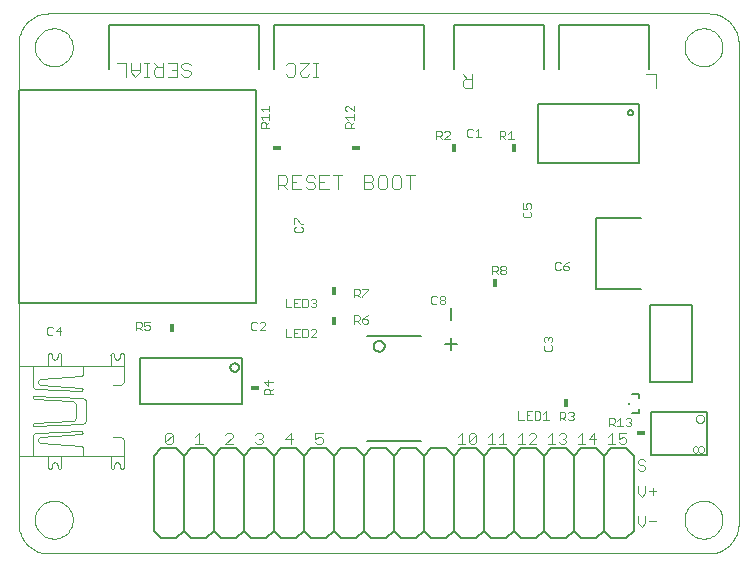
<source format=gto>
G75*
%MOIN*%
%OFA0B0*%
%FSLAX24Y24*%
%IPPOS*%
%LPD*%
%AMOC8*
5,1,8,0,0,1.08239X$1,22.5*
%
%ADD10C,0.0000*%
%ADD11C,0.0050*%
%ADD12C,0.0040*%
%ADD13C,0.0030*%
%ADD14C,0.0080*%
%ADD15C,0.0020*%
%ADD16R,0.0180X0.0300*%
%ADD17R,0.0300X0.0180*%
%ADD18C,0.0060*%
D10*
X001650Y000650D02*
X023650Y000650D01*
X023710Y000652D01*
X023771Y000657D01*
X023830Y000666D01*
X023889Y000679D01*
X023948Y000695D01*
X024005Y000715D01*
X024060Y000738D01*
X024115Y000765D01*
X024167Y000794D01*
X024218Y000827D01*
X024267Y000863D01*
X024313Y000901D01*
X024357Y000943D01*
X024399Y000987D01*
X024437Y001033D01*
X024473Y001082D01*
X024506Y001133D01*
X024535Y001185D01*
X024562Y001240D01*
X024585Y001295D01*
X024605Y001352D01*
X024621Y001411D01*
X024634Y001470D01*
X024643Y001529D01*
X024648Y001590D01*
X024650Y001650D01*
X024650Y017650D01*
X024648Y017710D01*
X024643Y017771D01*
X024634Y017830D01*
X024621Y017889D01*
X024605Y017948D01*
X024585Y018005D01*
X024562Y018060D01*
X024535Y018115D01*
X024506Y018167D01*
X024473Y018218D01*
X024437Y018267D01*
X024399Y018313D01*
X024357Y018357D01*
X024313Y018399D01*
X024267Y018437D01*
X024218Y018473D01*
X024167Y018506D01*
X024115Y018535D01*
X024060Y018562D01*
X024005Y018585D01*
X023948Y018605D01*
X023889Y018621D01*
X023830Y018634D01*
X023771Y018643D01*
X023710Y018648D01*
X023650Y018650D01*
X001650Y018650D01*
X001590Y018648D01*
X001529Y018643D01*
X001470Y018634D01*
X001411Y018621D01*
X001352Y018605D01*
X001295Y018585D01*
X001240Y018562D01*
X001185Y018535D01*
X001133Y018506D01*
X001082Y018473D01*
X001033Y018437D01*
X000987Y018399D01*
X000943Y018357D01*
X000901Y018313D01*
X000863Y018267D01*
X000827Y018218D01*
X000794Y018167D01*
X000765Y018115D01*
X000738Y018060D01*
X000715Y018005D01*
X000695Y017948D01*
X000679Y017889D01*
X000666Y017830D01*
X000657Y017771D01*
X000652Y017710D01*
X000650Y017650D01*
X000650Y001650D01*
X000652Y001590D01*
X000657Y001529D01*
X000666Y001470D01*
X000679Y001411D01*
X000695Y001352D01*
X000715Y001295D01*
X000738Y001240D01*
X000765Y001185D01*
X000794Y001133D01*
X000827Y001082D01*
X000863Y001033D01*
X000901Y000987D01*
X000943Y000943D01*
X000987Y000901D01*
X001033Y000863D01*
X001082Y000827D01*
X001133Y000794D01*
X001185Y000765D01*
X001240Y000738D01*
X001295Y000715D01*
X001352Y000695D01*
X001411Y000679D01*
X001470Y000666D01*
X001529Y000657D01*
X001590Y000652D01*
X001650Y000650D01*
X001193Y001776D02*
X001195Y001826D01*
X001201Y001876D01*
X001211Y001925D01*
X001225Y001973D01*
X001242Y002020D01*
X001263Y002065D01*
X001288Y002109D01*
X001316Y002150D01*
X001348Y002189D01*
X001382Y002226D01*
X001419Y002260D01*
X001459Y002290D01*
X001501Y002317D01*
X001545Y002341D01*
X001591Y002362D01*
X001638Y002378D01*
X001686Y002391D01*
X001736Y002400D01*
X001785Y002405D01*
X001836Y002406D01*
X001886Y002403D01*
X001935Y002396D01*
X001984Y002385D01*
X002032Y002370D01*
X002078Y002352D01*
X002123Y002330D01*
X002166Y002304D01*
X002207Y002275D01*
X002246Y002243D01*
X002282Y002208D01*
X002314Y002170D01*
X002344Y002130D01*
X002371Y002087D01*
X002394Y002043D01*
X002413Y001997D01*
X002429Y001949D01*
X002441Y001900D01*
X002449Y001851D01*
X002453Y001801D01*
X002453Y001751D01*
X002449Y001701D01*
X002441Y001652D01*
X002429Y001603D01*
X002413Y001555D01*
X002394Y001509D01*
X002371Y001465D01*
X002344Y001422D01*
X002314Y001382D01*
X002282Y001344D01*
X002246Y001309D01*
X002207Y001277D01*
X002166Y001248D01*
X002123Y001222D01*
X002078Y001200D01*
X002032Y001182D01*
X001984Y001167D01*
X001935Y001156D01*
X001886Y001149D01*
X001836Y001146D01*
X001785Y001147D01*
X001736Y001152D01*
X001686Y001161D01*
X001638Y001174D01*
X001591Y001190D01*
X001545Y001211D01*
X001501Y001235D01*
X001459Y001262D01*
X001419Y001292D01*
X001382Y001326D01*
X001348Y001363D01*
X001316Y001402D01*
X001288Y001443D01*
X001263Y001487D01*
X001242Y001532D01*
X001225Y001579D01*
X001211Y001627D01*
X001201Y001676D01*
X001195Y001726D01*
X001193Y001776D01*
X001193Y017524D02*
X001195Y017574D01*
X001201Y017624D01*
X001211Y017673D01*
X001225Y017721D01*
X001242Y017768D01*
X001263Y017813D01*
X001288Y017857D01*
X001316Y017898D01*
X001348Y017937D01*
X001382Y017974D01*
X001419Y018008D01*
X001459Y018038D01*
X001501Y018065D01*
X001545Y018089D01*
X001591Y018110D01*
X001638Y018126D01*
X001686Y018139D01*
X001736Y018148D01*
X001785Y018153D01*
X001836Y018154D01*
X001886Y018151D01*
X001935Y018144D01*
X001984Y018133D01*
X002032Y018118D01*
X002078Y018100D01*
X002123Y018078D01*
X002166Y018052D01*
X002207Y018023D01*
X002246Y017991D01*
X002282Y017956D01*
X002314Y017918D01*
X002344Y017878D01*
X002371Y017835D01*
X002394Y017791D01*
X002413Y017745D01*
X002429Y017697D01*
X002441Y017648D01*
X002449Y017599D01*
X002453Y017549D01*
X002453Y017499D01*
X002449Y017449D01*
X002441Y017400D01*
X002429Y017351D01*
X002413Y017303D01*
X002394Y017257D01*
X002371Y017213D01*
X002344Y017170D01*
X002314Y017130D01*
X002282Y017092D01*
X002246Y017057D01*
X002207Y017025D01*
X002166Y016996D01*
X002123Y016970D01*
X002078Y016948D01*
X002032Y016930D01*
X001984Y016915D01*
X001935Y016904D01*
X001886Y016897D01*
X001836Y016894D01*
X001785Y016895D01*
X001736Y016900D01*
X001686Y016909D01*
X001638Y016922D01*
X001591Y016938D01*
X001545Y016959D01*
X001501Y016983D01*
X001459Y017010D01*
X001419Y017040D01*
X001382Y017074D01*
X001348Y017111D01*
X001316Y017150D01*
X001288Y017191D01*
X001263Y017235D01*
X001242Y017280D01*
X001225Y017327D01*
X001211Y017375D01*
X001201Y017424D01*
X001195Y017474D01*
X001193Y017524D01*
X022847Y017524D02*
X022849Y017574D01*
X022855Y017624D01*
X022865Y017673D01*
X022879Y017721D01*
X022896Y017768D01*
X022917Y017813D01*
X022942Y017857D01*
X022970Y017898D01*
X023002Y017937D01*
X023036Y017974D01*
X023073Y018008D01*
X023113Y018038D01*
X023155Y018065D01*
X023199Y018089D01*
X023245Y018110D01*
X023292Y018126D01*
X023340Y018139D01*
X023390Y018148D01*
X023439Y018153D01*
X023490Y018154D01*
X023540Y018151D01*
X023589Y018144D01*
X023638Y018133D01*
X023686Y018118D01*
X023732Y018100D01*
X023777Y018078D01*
X023820Y018052D01*
X023861Y018023D01*
X023900Y017991D01*
X023936Y017956D01*
X023968Y017918D01*
X023998Y017878D01*
X024025Y017835D01*
X024048Y017791D01*
X024067Y017745D01*
X024083Y017697D01*
X024095Y017648D01*
X024103Y017599D01*
X024107Y017549D01*
X024107Y017499D01*
X024103Y017449D01*
X024095Y017400D01*
X024083Y017351D01*
X024067Y017303D01*
X024048Y017257D01*
X024025Y017213D01*
X023998Y017170D01*
X023968Y017130D01*
X023936Y017092D01*
X023900Y017057D01*
X023861Y017025D01*
X023820Y016996D01*
X023777Y016970D01*
X023732Y016948D01*
X023686Y016930D01*
X023638Y016915D01*
X023589Y016904D01*
X023540Y016897D01*
X023490Y016894D01*
X023439Y016895D01*
X023390Y016900D01*
X023340Y016909D01*
X023292Y016922D01*
X023245Y016938D01*
X023199Y016959D01*
X023155Y016983D01*
X023113Y017010D01*
X023073Y017040D01*
X023036Y017074D01*
X023002Y017111D01*
X022970Y017150D01*
X022942Y017191D01*
X022917Y017235D01*
X022896Y017280D01*
X022879Y017327D01*
X022865Y017375D01*
X022855Y017424D01*
X022849Y017474D01*
X022847Y017524D01*
X022847Y001776D02*
X022849Y001826D01*
X022855Y001876D01*
X022865Y001925D01*
X022879Y001973D01*
X022896Y002020D01*
X022917Y002065D01*
X022942Y002109D01*
X022970Y002150D01*
X023002Y002189D01*
X023036Y002226D01*
X023073Y002260D01*
X023113Y002290D01*
X023155Y002317D01*
X023199Y002341D01*
X023245Y002362D01*
X023292Y002378D01*
X023340Y002391D01*
X023390Y002400D01*
X023439Y002405D01*
X023490Y002406D01*
X023540Y002403D01*
X023589Y002396D01*
X023638Y002385D01*
X023686Y002370D01*
X023732Y002352D01*
X023777Y002330D01*
X023820Y002304D01*
X023861Y002275D01*
X023900Y002243D01*
X023936Y002208D01*
X023968Y002170D01*
X023998Y002130D01*
X024025Y002087D01*
X024048Y002043D01*
X024067Y001997D01*
X024083Y001949D01*
X024095Y001900D01*
X024103Y001851D01*
X024107Y001801D01*
X024107Y001751D01*
X024103Y001701D01*
X024095Y001652D01*
X024083Y001603D01*
X024067Y001555D01*
X024048Y001509D01*
X024025Y001465D01*
X023998Y001422D01*
X023968Y001382D01*
X023936Y001344D01*
X023900Y001309D01*
X023861Y001277D01*
X023820Y001248D01*
X023777Y001222D01*
X023732Y001200D01*
X023686Y001182D01*
X023638Y001167D01*
X023589Y001156D01*
X023540Y001149D01*
X023490Y001146D01*
X023439Y001147D01*
X023390Y001152D01*
X023340Y001161D01*
X023292Y001174D01*
X023245Y001190D01*
X023199Y001211D01*
X023155Y001235D01*
X023113Y001262D01*
X023073Y001292D01*
X023036Y001326D01*
X023002Y001363D01*
X022970Y001402D01*
X022942Y001443D01*
X022917Y001487D01*
X022896Y001532D01*
X022879Y001579D01*
X022865Y001627D01*
X022855Y001676D01*
X022849Y001726D01*
X022847Y001776D01*
D11*
X023580Y003940D02*
X021720Y003940D01*
X021720Y005360D01*
X023580Y005360D01*
X023580Y003940D01*
X021391Y009469D02*
X019895Y009469D01*
X019895Y011831D01*
X021391Y011831D01*
X021650Y016784D02*
X021650Y018280D01*
X018650Y018280D01*
X018650Y016784D01*
X018150Y016784D02*
X018150Y018280D01*
X015150Y018280D01*
X015150Y016784D01*
X014150Y016784D02*
X014150Y018280D01*
X009150Y018280D01*
X009150Y016784D01*
X008650Y016784D02*
X008650Y018280D01*
X003650Y018280D01*
X003650Y016784D01*
X015070Y008832D02*
X015070Y008425D01*
X015070Y007832D02*
X015070Y007425D01*
X015273Y007629D02*
X014866Y007629D01*
D12*
X013705Y012795D02*
X013705Y013255D01*
X013858Y013255D02*
X013551Y013255D01*
X013398Y013179D02*
X013398Y012872D01*
X013321Y012795D01*
X013168Y012795D01*
X013091Y012872D01*
X013091Y013179D01*
X013168Y013255D01*
X013321Y013255D01*
X013398Y013179D01*
X012937Y013179D02*
X012937Y012872D01*
X012861Y012795D01*
X012707Y012795D01*
X012630Y012872D01*
X012630Y013179D01*
X012707Y013255D01*
X012861Y013255D01*
X012937Y013179D01*
X012477Y013179D02*
X012477Y013102D01*
X012400Y013025D01*
X012170Y013025D01*
X012170Y012795D02*
X012400Y012795D01*
X012477Y012872D01*
X012477Y012948D01*
X012400Y013025D01*
X012477Y013179D02*
X012400Y013255D01*
X012170Y013255D01*
X012170Y012795D01*
X011443Y013255D02*
X011137Y013255D01*
X011290Y013255D02*
X011290Y012795D01*
X010983Y012795D02*
X010676Y012795D01*
X010676Y013255D01*
X010983Y013255D01*
X010830Y013025D02*
X010676Y013025D01*
X010523Y012948D02*
X010523Y012872D01*
X010446Y012795D01*
X010293Y012795D01*
X010216Y012872D01*
X010293Y013025D02*
X010446Y013025D01*
X010523Y012948D01*
X010523Y013179D02*
X010446Y013255D01*
X010293Y013255D01*
X010216Y013179D01*
X010216Y013102D01*
X010293Y013025D01*
X010062Y012795D02*
X009755Y012795D01*
X009755Y013255D01*
X010062Y013255D01*
X009909Y013025D02*
X009755Y013025D01*
X009602Y013025D02*
X009525Y012948D01*
X009295Y012948D01*
X009295Y012795D02*
X009295Y013255D01*
X009525Y013255D01*
X009602Y013179D01*
X009602Y013025D01*
X009448Y012948D02*
X009602Y012795D01*
X009632Y016545D02*
X009786Y016545D01*
X009863Y016621D01*
X009863Y016928D01*
X009786Y017005D01*
X009632Y017005D01*
X009556Y016928D01*
X009556Y016621D02*
X009632Y016545D01*
X010016Y016621D02*
X010093Y016545D01*
X010246Y016545D01*
X010323Y016621D01*
X010477Y016545D02*
X010630Y016545D01*
X010553Y016545D02*
X010553Y017005D01*
X010477Y017005D02*
X010630Y017005D01*
X010323Y017005D02*
X010016Y016698D01*
X010016Y016621D01*
X010016Y017005D02*
X010323Y017005D01*
X006380Y016928D02*
X006303Y017005D01*
X006150Y017005D01*
X006073Y016928D01*
X006073Y016852D01*
X006150Y016775D01*
X006303Y016775D01*
X006380Y016698D01*
X006380Y016621D01*
X006303Y016545D01*
X006150Y016545D01*
X006073Y016621D01*
X005920Y016545D02*
X005920Y017005D01*
X005613Y017005D01*
X005459Y017005D02*
X005459Y016545D01*
X005229Y016545D01*
X005152Y016621D01*
X005152Y016775D01*
X005229Y016852D01*
X005459Y016852D01*
X005306Y016852D02*
X005152Y017005D01*
X004999Y017005D02*
X004845Y017005D01*
X004922Y017005D02*
X004922Y016545D01*
X004999Y016545D02*
X004845Y016545D01*
X004692Y016698D02*
X004538Y016545D01*
X004385Y016698D01*
X004385Y017005D01*
X004232Y017005D02*
X003925Y017005D01*
X004232Y017005D02*
X004232Y016545D01*
X004385Y016775D02*
X004692Y016775D01*
X004692Y016698D02*
X004692Y017005D01*
X005613Y016545D02*
X005920Y016545D01*
X005920Y016775D02*
X005766Y016775D01*
X015448Y016630D02*
X015602Y016477D01*
X015525Y016477D02*
X015755Y016477D01*
X015755Y016630D02*
X015755Y016170D01*
X015525Y016170D01*
X015448Y016246D01*
X015448Y016400D01*
X015525Y016477D01*
X021573Y016630D02*
X021880Y016630D01*
X021880Y016170D01*
X023180Y004242D02*
X023240Y004242D01*
X023300Y004182D01*
X023300Y004062D01*
X023240Y004002D01*
X023180Y004002D01*
X023120Y004062D01*
X023120Y004182D01*
X023180Y004242D01*
X023300Y004182D02*
X023360Y004242D01*
X023420Y004242D01*
X023480Y004182D01*
X023480Y004062D01*
X023420Y004002D01*
X023360Y004002D01*
X023300Y004062D01*
X004154Y003901D02*
X004154Y003532D01*
X004155Y003531D02*
X004154Y003518D01*
X004149Y003505D01*
X004142Y003493D01*
X004132Y003483D01*
X004120Y003476D01*
X004107Y003471D01*
X004094Y003470D01*
X004094Y003471D02*
X004094Y003471D01*
X004079Y003473D01*
X004065Y003478D01*
X004053Y003485D01*
X004042Y003496D01*
X004035Y003508D01*
X004030Y003522D01*
X004028Y003537D01*
X004027Y003537D02*
X004027Y003598D01*
X004025Y003615D01*
X004020Y003632D01*
X004012Y003647D01*
X004001Y003660D01*
X003988Y003671D01*
X003973Y003679D01*
X003956Y003684D01*
X003939Y003686D01*
X003928Y003686D01*
X003911Y003684D01*
X003894Y003679D01*
X003879Y003671D01*
X003866Y003660D01*
X003855Y003647D01*
X003847Y003632D01*
X003842Y003615D01*
X003840Y003598D01*
X003840Y003532D01*
X003838Y003518D01*
X003834Y003506D01*
X003827Y003494D01*
X003817Y003484D01*
X003805Y003477D01*
X003793Y003473D01*
X003779Y003471D01*
X003764Y003473D01*
X003750Y003478D01*
X003738Y003485D01*
X003727Y003496D01*
X003720Y003508D01*
X003715Y003522D01*
X003713Y003537D01*
X003713Y003879D01*
X004154Y003901D02*
X002074Y003901D01*
X002074Y003532D01*
X002073Y003531D02*
X002072Y003518D01*
X002067Y003505D01*
X002060Y003494D01*
X002050Y003484D01*
X002039Y003477D01*
X002026Y003472D01*
X002013Y003471D01*
X002013Y003471D01*
X001998Y003473D01*
X001984Y003478D01*
X001972Y003485D01*
X001961Y003496D01*
X001954Y003508D01*
X001949Y003522D01*
X001947Y003537D01*
X001947Y003598D01*
X001946Y003598D02*
X001944Y003615D01*
X001939Y003632D01*
X001931Y003647D01*
X001920Y003660D01*
X001907Y003671D01*
X001892Y003679D01*
X001875Y003684D01*
X001858Y003686D01*
X001847Y003686D01*
X001830Y003684D01*
X001813Y003679D01*
X001798Y003671D01*
X001785Y003660D01*
X001774Y003647D01*
X001766Y003632D01*
X001761Y003615D01*
X001759Y003598D01*
X001759Y003532D01*
X001757Y003518D01*
X001753Y003506D01*
X001746Y003494D01*
X001736Y003484D01*
X001724Y003477D01*
X001712Y003473D01*
X001698Y003471D01*
X001683Y003473D01*
X001669Y003478D01*
X001657Y003485D01*
X001646Y003496D01*
X001639Y003508D01*
X001634Y003522D01*
X001632Y003537D01*
X001632Y003879D01*
X002074Y003901D02*
X000650Y003901D01*
X000650Y006898D01*
X004154Y006898D01*
X004154Y006402D01*
X004152Y006380D01*
X004147Y006358D01*
X004138Y006337D01*
X004127Y006318D01*
X004112Y006301D01*
X004095Y006286D01*
X004076Y006275D01*
X004055Y006266D01*
X004033Y006261D01*
X004011Y006259D01*
X004011Y006258D02*
X003801Y006258D01*
X003713Y006898D02*
X003713Y007268D01*
X003712Y007268D02*
X003714Y007281D01*
X003718Y007294D01*
X003725Y007306D01*
X003735Y007316D01*
X003747Y007323D01*
X003760Y007328D01*
X003773Y007329D01*
X003774Y007329D02*
X003774Y007329D01*
X003789Y007327D01*
X003803Y007322D01*
X003815Y007315D01*
X003826Y007304D01*
X003833Y007292D01*
X003838Y007278D01*
X003840Y007263D01*
X003840Y007202D01*
X003842Y007185D01*
X003847Y007168D01*
X003855Y007153D01*
X003866Y007140D01*
X003879Y007129D01*
X003894Y007121D01*
X003911Y007116D01*
X003928Y007114D01*
X003939Y007114D01*
X003956Y007116D01*
X003973Y007121D01*
X003988Y007129D01*
X004001Y007140D01*
X004012Y007153D01*
X004020Y007168D01*
X004025Y007185D01*
X004027Y007202D01*
X004027Y007268D01*
X004029Y007282D01*
X004033Y007294D01*
X004040Y007306D01*
X004050Y007316D01*
X004062Y007323D01*
X004074Y007327D01*
X004088Y007329D01*
X004103Y007327D01*
X004117Y007322D01*
X004129Y007315D01*
X004140Y007304D01*
X004147Y007292D01*
X004152Y007278D01*
X004154Y007263D01*
X004154Y006893D01*
X002780Y006876D02*
X002780Y006600D01*
X002779Y006588D01*
X002775Y006577D01*
X002768Y006567D01*
X002759Y006559D01*
X002748Y006553D01*
X002736Y006551D01*
X001395Y006462D01*
X001395Y006463D02*
X001377Y006461D01*
X001359Y006456D01*
X001343Y006447D01*
X001328Y006435D01*
X001316Y006421D01*
X001307Y006405D01*
X001301Y006387D01*
X001299Y006369D01*
X001300Y006350D01*
X001305Y006332D01*
X001313Y006316D01*
X001324Y006301D01*
X001338Y006288D01*
X001354Y006279D01*
X001371Y006272D01*
X001390Y006269D01*
X001389Y006269D02*
X002725Y006181D01*
X002739Y006179D01*
X002751Y006173D01*
X002763Y006164D01*
X002771Y006154D01*
X002777Y006141D01*
X002780Y006127D01*
X002779Y006113D01*
X002775Y006100D01*
X002768Y006088D01*
X002758Y006078D01*
X002747Y006070D01*
X002733Y006066D01*
X002719Y006065D01*
X001273Y006131D01*
X001257Y006131D01*
X001235Y006133D01*
X001214Y006138D01*
X001194Y006146D01*
X001176Y006157D01*
X001159Y006171D01*
X001145Y006188D01*
X001134Y006206D01*
X001126Y006226D01*
X001121Y006247D01*
X001119Y006269D01*
X001119Y006876D01*
X001632Y006898D02*
X001632Y007268D01*
X001633Y007268D02*
X001634Y007281D01*
X001639Y007294D01*
X001646Y007305D01*
X001656Y007315D01*
X001667Y007322D01*
X001680Y007327D01*
X001693Y007328D01*
X001693Y007329D02*
X001693Y007329D01*
X001708Y007327D01*
X001722Y007322D01*
X001734Y007315D01*
X001745Y007304D01*
X001752Y007292D01*
X001757Y007278D01*
X001759Y007263D01*
X001759Y007202D01*
X001761Y007185D01*
X001766Y007168D01*
X001774Y007153D01*
X001785Y007140D01*
X001798Y007129D01*
X001813Y007121D01*
X001830Y007116D01*
X001847Y007114D01*
X001858Y007114D01*
X001875Y007116D01*
X001892Y007121D01*
X001907Y007129D01*
X001920Y007140D01*
X001931Y007153D01*
X001939Y007168D01*
X001944Y007185D01*
X001946Y007202D01*
X001947Y007202D02*
X001947Y007268D01*
X001946Y007268D02*
X001948Y007282D01*
X001952Y007294D01*
X001959Y007306D01*
X001969Y007316D01*
X001981Y007323D01*
X001993Y007327D01*
X002007Y007329D01*
X002022Y007327D01*
X002036Y007322D01*
X002048Y007315D01*
X002059Y007304D01*
X002066Y007292D01*
X002071Y007278D01*
X002073Y007263D01*
X002074Y007263D02*
X002074Y006920D01*
X002764Y005828D02*
X001179Y005910D01*
X001180Y005911D02*
X001166Y005910D01*
X001153Y005905D01*
X001142Y005897D01*
X001133Y005887D01*
X001127Y005874D01*
X001124Y005861D01*
X001125Y005847D01*
X001130Y005834D01*
X001138Y005823D01*
X001148Y005814D01*
X001161Y005808D01*
X001174Y005805D01*
X001174Y005806D02*
X002399Y005739D01*
X002423Y005737D01*
X002447Y005732D01*
X002470Y005724D01*
X002491Y005712D01*
X002511Y005697D01*
X002528Y005680D01*
X002543Y005660D01*
X002555Y005639D01*
X002563Y005616D01*
X002568Y005592D01*
X002570Y005568D01*
X002570Y005221D01*
X002571Y005221D02*
X002569Y005197D01*
X002564Y005174D01*
X002556Y005152D01*
X002545Y005131D01*
X002530Y005112D01*
X002514Y005096D01*
X002495Y005081D01*
X002474Y005070D01*
X002452Y005062D01*
X002429Y005057D01*
X002405Y005055D01*
X002377Y005055D01*
X001179Y005000D01*
X001166Y004998D01*
X001153Y004992D01*
X001142Y004983D01*
X001134Y004972D01*
X001129Y004959D01*
X001127Y004945D01*
X001129Y004931D01*
X001134Y004918D01*
X001142Y004907D01*
X001153Y004898D01*
X001166Y004892D01*
X001179Y004890D01*
X001179Y004889D02*
X002752Y004972D01*
X002775Y004974D01*
X002796Y004979D01*
X002817Y004988D01*
X002837Y005000D01*
X002854Y005014D01*
X002868Y005031D01*
X002880Y005051D01*
X002889Y005072D01*
X002894Y005093D01*
X002896Y005116D01*
X002896Y005695D01*
X002894Y005716D01*
X002889Y005736D01*
X002881Y005755D01*
X002871Y005773D01*
X002857Y005789D01*
X002841Y005803D01*
X002823Y005813D01*
X002804Y005821D01*
X002784Y005826D01*
X002763Y005828D01*
X002719Y004735D02*
X001273Y004669D01*
X001257Y004669D01*
X001235Y004667D01*
X001214Y004662D01*
X001194Y004654D01*
X001176Y004643D01*
X001159Y004629D01*
X001145Y004612D01*
X001134Y004594D01*
X001126Y004574D01*
X001121Y004553D01*
X001119Y004531D01*
X001119Y003923D01*
X001395Y004337D02*
X002736Y004249D01*
X002748Y004247D01*
X002759Y004241D01*
X002768Y004233D01*
X002775Y004223D01*
X002779Y004212D01*
X002780Y004200D01*
X002780Y004199D02*
X002780Y003923D01*
X002725Y004619D02*
X001389Y004531D01*
X001390Y004531D02*
X001371Y004528D01*
X001354Y004521D01*
X001338Y004512D01*
X001324Y004499D01*
X001313Y004484D01*
X001305Y004468D01*
X001300Y004450D01*
X001299Y004431D01*
X001301Y004413D01*
X001307Y004395D01*
X001316Y004379D01*
X001328Y004365D01*
X001343Y004353D01*
X001359Y004344D01*
X001377Y004339D01*
X001395Y004337D01*
X002725Y004619D02*
X002739Y004621D01*
X002751Y004627D01*
X002763Y004636D01*
X002771Y004646D01*
X002777Y004659D01*
X002780Y004673D01*
X002779Y004687D01*
X002775Y004700D01*
X002768Y004712D01*
X002758Y004722D01*
X002747Y004730D01*
X002733Y004734D01*
X002719Y004735D01*
X003785Y004542D02*
X004016Y004542D01*
X004038Y004540D01*
X004059Y004535D01*
X004079Y004527D01*
X004097Y004516D01*
X004114Y004502D01*
X004128Y004485D01*
X004139Y004467D01*
X004147Y004447D01*
X004152Y004426D01*
X004154Y004404D01*
X004154Y003901D01*
D13*
X005540Y004352D02*
X005787Y004599D01*
X005787Y004352D01*
X005725Y004290D01*
X005602Y004290D01*
X005540Y004352D01*
X005540Y004599D01*
X005602Y004660D01*
X005725Y004660D01*
X005787Y004599D01*
X006540Y004537D02*
X006663Y004660D01*
X006663Y004290D01*
X006540Y004290D02*
X006787Y004290D01*
X007540Y004290D02*
X007787Y004537D01*
X007787Y004599D01*
X007725Y004660D01*
X007602Y004660D01*
X007540Y004599D01*
X007540Y004290D02*
X007787Y004290D01*
X008540Y004352D02*
X008602Y004290D01*
X008725Y004290D01*
X008787Y004352D01*
X008787Y004413D01*
X008725Y004475D01*
X008663Y004475D01*
X008725Y004475D02*
X008787Y004537D01*
X008787Y004599D01*
X008725Y004660D01*
X008602Y004660D01*
X008540Y004599D01*
X009540Y004475D02*
X009787Y004475D01*
X009725Y004290D02*
X009725Y004660D01*
X009540Y004475D01*
X010540Y004475D02*
X010663Y004537D01*
X010725Y004537D01*
X010787Y004475D01*
X010787Y004352D01*
X010725Y004290D01*
X010602Y004290D01*
X010540Y004352D01*
X010540Y004475D02*
X010540Y004660D01*
X010787Y004660D01*
X015290Y004537D02*
X015413Y004660D01*
X015413Y004290D01*
X015290Y004290D02*
X015537Y004290D01*
X015658Y004352D02*
X015905Y004599D01*
X015905Y004352D01*
X015843Y004290D01*
X015720Y004290D01*
X015658Y004352D01*
X015658Y004599D01*
X015720Y004660D01*
X015843Y004660D01*
X015905Y004599D01*
X016290Y004537D02*
X016413Y004660D01*
X016413Y004290D01*
X016290Y004290D02*
X016537Y004290D01*
X016658Y004290D02*
X016905Y004290D01*
X016782Y004290D02*
X016782Y004660D01*
X016658Y004537D01*
X017290Y004537D02*
X017413Y004660D01*
X017413Y004290D01*
X017290Y004290D02*
X017537Y004290D01*
X017658Y004290D02*
X017905Y004537D01*
X017905Y004599D01*
X017843Y004660D01*
X017720Y004660D01*
X017658Y004599D01*
X017658Y004290D02*
X017905Y004290D01*
X018290Y004290D02*
X018537Y004290D01*
X018413Y004290D02*
X018413Y004660D01*
X018290Y004537D01*
X018658Y004599D02*
X018720Y004660D01*
X018843Y004660D01*
X018905Y004599D01*
X018905Y004537D01*
X018843Y004475D01*
X018905Y004413D01*
X018905Y004352D01*
X018843Y004290D01*
X018720Y004290D01*
X018658Y004352D01*
X018782Y004475D02*
X018843Y004475D01*
X019290Y004537D02*
X019413Y004660D01*
X019413Y004290D01*
X019290Y004290D02*
X019537Y004290D01*
X019658Y004475D02*
X019905Y004475D01*
X019843Y004290D02*
X019843Y004660D01*
X019658Y004475D01*
X020290Y004537D02*
X020413Y004660D01*
X020413Y004290D01*
X020290Y004290D02*
X020537Y004290D01*
X020658Y004352D02*
X020720Y004290D01*
X020843Y004290D01*
X020905Y004352D01*
X020905Y004475D01*
X020843Y004537D01*
X020782Y004537D01*
X020658Y004475D01*
X020658Y004660D01*
X020905Y004660D01*
X021352Y003785D02*
X021290Y003724D01*
X021290Y003662D01*
X021352Y003600D01*
X021475Y003600D01*
X021537Y003538D01*
X021537Y003477D01*
X021475Y003415D01*
X021352Y003415D01*
X021290Y003477D01*
X021537Y003724D02*
X021475Y003785D01*
X021352Y003785D01*
X021290Y002910D02*
X021290Y002663D01*
X021413Y002540D01*
X021537Y002663D01*
X021537Y002910D01*
X021658Y002725D02*
X021905Y002725D01*
X021782Y002602D02*
X021782Y002849D01*
X021537Y001910D02*
X021537Y001663D01*
X021413Y001540D01*
X021290Y001663D01*
X021290Y001910D01*
X021658Y001725D02*
X021905Y001725D01*
D14*
X021700Y006360D02*
X021700Y008940D01*
X023100Y008940D01*
X023100Y006360D01*
X021700Y006360D01*
X021323Y013666D02*
X017977Y013666D01*
X017977Y015634D01*
X021323Y015634D01*
X021323Y013666D01*
X020962Y015350D02*
X020964Y015368D01*
X020970Y015386D01*
X020979Y015402D01*
X020991Y015415D01*
X021006Y015426D01*
X021023Y015434D01*
X021041Y015438D01*
X021059Y015438D01*
X021077Y015434D01*
X021094Y015426D01*
X021109Y015415D01*
X021121Y015402D01*
X021130Y015386D01*
X021136Y015368D01*
X021138Y015350D01*
X021136Y015332D01*
X021130Y015314D01*
X021121Y015298D01*
X021109Y015285D01*
X021094Y015274D01*
X021077Y015266D01*
X021059Y015262D01*
X021041Y015262D01*
X021023Y015266D01*
X021006Y015274D01*
X020991Y015285D01*
X020979Y015298D01*
X020970Y015314D01*
X020964Y015332D01*
X020962Y015350D01*
X008549Y016100D02*
X008549Y009013D01*
X000675Y009013D01*
X000675Y016100D01*
X008549Y016100D01*
X008105Y007170D02*
X004695Y007170D01*
X004695Y005630D01*
X008105Y005630D01*
X008105Y007170D01*
X007709Y006850D02*
X007711Y006873D01*
X007717Y006896D01*
X007726Y006917D01*
X007739Y006937D01*
X007755Y006954D01*
X007773Y006968D01*
X007793Y006979D01*
X007815Y006987D01*
X007838Y006991D01*
X007862Y006991D01*
X007885Y006987D01*
X007907Y006979D01*
X007927Y006968D01*
X007945Y006954D01*
X007961Y006937D01*
X007974Y006917D01*
X007983Y006896D01*
X007989Y006873D01*
X007991Y006850D01*
X007989Y006827D01*
X007983Y006804D01*
X007974Y006783D01*
X007961Y006763D01*
X007945Y006746D01*
X007927Y006732D01*
X007907Y006721D01*
X007885Y006713D01*
X007862Y006709D01*
X007838Y006709D01*
X007815Y006713D01*
X007793Y006721D01*
X007773Y006732D01*
X007755Y006746D01*
X007739Y006763D01*
X007726Y006783D01*
X007717Y006804D01*
X007711Y006827D01*
X007709Y006850D01*
D15*
X008835Y006374D02*
X008975Y006234D01*
X008975Y006421D01*
X009115Y006374D02*
X008835Y006374D01*
X008881Y006144D02*
X008975Y006144D01*
X009022Y006098D01*
X009022Y005958D01*
X009022Y006051D02*
X009115Y006144D01*
X009115Y005958D02*
X008835Y005958D01*
X008835Y006098D01*
X008881Y006144D01*
X009555Y007860D02*
X009742Y007860D01*
X009831Y007860D02*
X010018Y007860D01*
X010108Y007860D02*
X010248Y007860D01*
X010294Y007907D01*
X010294Y008094D01*
X010248Y008140D01*
X010108Y008140D01*
X010108Y007860D01*
X009925Y008000D02*
X009831Y008000D01*
X009831Y008140D02*
X009831Y007860D01*
X009555Y007860D02*
X009555Y008140D01*
X009831Y008140D02*
X010018Y008140D01*
X010384Y008094D02*
X010430Y008140D01*
X010524Y008140D01*
X010571Y008094D01*
X010571Y008047D01*
X010384Y007860D01*
X010571Y007860D01*
X010524Y008860D02*
X010430Y008860D01*
X010384Y008907D01*
X010294Y008907D02*
X010294Y009094D01*
X010248Y009140D01*
X010108Y009140D01*
X010108Y008860D01*
X010248Y008860D01*
X010294Y008907D01*
X010477Y009000D02*
X010524Y009000D01*
X010571Y008953D01*
X010571Y008907D01*
X010524Y008860D01*
X010524Y009000D02*
X010571Y009047D01*
X010571Y009094D01*
X010524Y009140D01*
X010430Y009140D01*
X010384Y009094D01*
X010018Y009140D02*
X009831Y009140D01*
X009831Y008860D01*
X010018Y008860D01*
X009925Y009000D02*
X009831Y009000D01*
X009742Y008860D02*
X009555Y008860D01*
X009555Y009140D01*
X008826Y008365D02*
X008733Y008365D01*
X008686Y008319D01*
X008597Y008319D02*
X008550Y008365D01*
X008457Y008365D01*
X008410Y008319D01*
X008410Y008132D01*
X008457Y008085D01*
X008550Y008085D01*
X008597Y008132D01*
X008686Y008085D02*
X008873Y008272D01*
X008873Y008319D01*
X008826Y008365D01*
X008873Y008085D02*
X008686Y008085D01*
X011833Y008310D02*
X011833Y008590D01*
X011973Y008590D01*
X012019Y008544D01*
X012019Y008450D01*
X011973Y008403D01*
X011833Y008403D01*
X011926Y008403D02*
X012019Y008310D01*
X012109Y008357D02*
X012155Y008310D01*
X012249Y008310D01*
X012296Y008357D01*
X012296Y008403D01*
X012249Y008450D01*
X012109Y008450D01*
X012109Y008357D01*
X012109Y008450D02*
X012202Y008544D01*
X012296Y008590D01*
X012109Y009185D02*
X012109Y009232D01*
X012296Y009419D01*
X012296Y009465D01*
X012109Y009465D01*
X012019Y009419D02*
X012019Y009325D01*
X011973Y009278D01*
X011833Y009278D01*
X011926Y009278D02*
X012019Y009185D01*
X011833Y009185D02*
X011833Y009465D01*
X011973Y009465D01*
X012019Y009419D01*
X014410Y009194D02*
X014410Y009007D01*
X014457Y008960D01*
X014550Y008960D01*
X014597Y009007D01*
X014686Y009007D02*
X014686Y009053D01*
X014733Y009100D01*
X014826Y009100D01*
X014873Y009053D01*
X014873Y009007D01*
X014826Y008960D01*
X014733Y008960D01*
X014686Y009007D01*
X014733Y009100D02*
X014686Y009147D01*
X014686Y009194D01*
X014733Y009240D01*
X014826Y009240D01*
X014873Y009194D01*
X014873Y009147D01*
X014826Y009100D01*
X014597Y009194D02*
X014550Y009240D01*
X014457Y009240D01*
X014410Y009194D01*
X016435Y009960D02*
X016435Y010240D01*
X016575Y010240D01*
X016622Y010194D01*
X016622Y010100D01*
X016575Y010053D01*
X016435Y010053D01*
X016528Y010053D02*
X016622Y009960D01*
X016711Y010007D02*
X016711Y010053D01*
X016758Y010100D01*
X016851Y010100D01*
X016898Y010053D01*
X016898Y010007D01*
X016851Y009960D01*
X016758Y009960D01*
X016711Y010007D01*
X016758Y010100D02*
X016711Y010147D01*
X016711Y010194D01*
X016758Y010240D01*
X016851Y010240D01*
X016898Y010194D01*
X016898Y010147D01*
X016851Y010100D01*
X018535Y010132D02*
X018582Y010085D01*
X018675Y010085D01*
X018722Y010132D01*
X018811Y010132D02*
X018858Y010085D01*
X018951Y010085D01*
X018998Y010132D01*
X018998Y010178D01*
X018951Y010225D01*
X018811Y010225D01*
X018811Y010132D01*
X018811Y010225D02*
X018905Y010319D01*
X018998Y010365D01*
X018722Y010319D02*
X018675Y010365D01*
X018582Y010365D01*
X018535Y010319D01*
X018535Y010132D01*
X017693Y011858D02*
X017506Y011858D01*
X017460Y011904D01*
X017460Y011998D01*
X017506Y012044D01*
X017460Y012134D02*
X017600Y012134D01*
X017553Y012227D01*
X017553Y012274D01*
X017600Y012321D01*
X017693Y012321D01*
X017740Y012274D01*
X017740Y012180D01*
X017693Y012134D01*
X017693Y012044D02*
X017740Y011998D01*
X017740Y011904D01*
X017693Y011858D01*
X017460Y012134D02*
X017460Y012321D01*
X017148Y014460D02*
X016961Y014460D01*
X016872Y014460D02*
X016778Y014553D01*
X016825Y014553D02*
X016685Y014553D01*
X016685Y014460D02*
X016685Y014740D01*
X016825Y014740D01*
X016872Y014694D01*
X016872Y014600D01*
X016825Y014553D01*
X016961Y014647D02*
X017055Y014740D01*
X017055Y014460D01*
X016071Y014535D02*
X015884Y014535D01*
X015977Y014535D02*
X015977Y014815D01*
X015884Y014722D01*
X015794Y014769D02*
X015748Y014815D01*
X015654Y014815D01*
X015608Y014769D01*
X015608Y014582D01*
X015654Y014535D01*
X015748Y014535D01*
X015794Y014582D01*
X015023Y014647D02*
X015023Y014694D01*
X014976Y014740D01*
X014883Y014740D01*
X014836Y014694D01*
X014747Y014694D02*
X014747Y014600D01*
X014700Y014553D01*
X014560Y014553D01*
X014560Y014460D02*
X014560Y014740D01*
X014700Y014740D01*
X014747Y014694D01*
X014653Y014553D02*
X014747Y014460D01*
X014836Y014460D02*
X015023Y014647D01*
X015023Y014460D02*
X014836Y014460D01*
X011815Y014831D02*
X011535Y014831D01*
X011535Y014971D01*
X011581Y015018D01*
X011675Y015018D01*
X011722Y014971D01*
X011722Y014831D01*
X011722Y014925D02*
X011815Y015018D01*
X011815Y015108D02*
X011815Y015294D01*
X011815Y015384D02*
X011628Y015571D01*
X011581Y015571D01*
X011535Y015524D01*
X011535Y015430D01*
X011581Y015384D01*
X011535Y015201D02*
X011815Y015201D01*
X011815Y015384D02*
X011815Y015571D01*
X011535Y015201D02*
X011628Y015108D01*
X008993Y015108D02*
X008993Y015294D01*
X008993Y015384D02*
X008993Y015571D01*
X008993Y015477D02*
X008713Y015477D01*
X008806Y015384D01*
X008713Y015201D02*
X008993Y015201D01*
X008993Y015018D02*
X008900Y014925D01*
X008900Y014971D02*
X008900Y014831D01*
X008993Y014831D02*
X008713Y014831D01*
X008713Y014971D01*
X008760Y015018D01*
X008853Y015018D01*
X008900Y014971D01*
X008806Y015108D02*
X008713Y015201D01*
X009835Y011821D02*
X009881Y011821D01*
X010068Y011634D01*
X010115Y011634D01*
X010068Y011544D02*
X010115Y011498D01*
X010115Y011404D01*
X010068Y011358D01*
X009881Y011358D01*
X009835Y011404D01*
X009835Y011498D01*
X009881Y011544D01*
X009835Y011634D02*
X009835Y011821D01*
X005023Y008365D02*
X004836Y008365D01*
X004836Y008225D01*
X004930Y008272D01*
X004976Y008272D01*
X005023Y008225D01*
X005023Y008132D01*
X004976Y008085D01*
X004883Y008085D01*
X004836Y008132D01*
X004747Y008085D02*
X004653Y008178D01*
X004700Y008178D02*
X004560Y008178D01*
X004560Y008085D02*
X004560Y008365D01*
X004700Y008365D01*
X004747Y008319D01*
X004747Y008225D01*
X004700Y008178D01*
X002071Y008075D02*
X001884Y008075D01*
X002024Y008215D01*
X002024Y007935D01*
X001794Y007982D02*
X001748Y007935D01*
X001654Y007935D01*
X001608Y007982D01*
X001608Y008169D01*
X001654Y008215D01*
X001748Y008215D01*
X001794Y008169D01*
X017305Y005390D02*
X017305Y005110D01*
X017492Y005110D01*
X017581Y005110D02*
X017581Y005390D01*
X017768Y005390D01*
X017858Y005390D02*
X017858Y005110D01*
X017998Y005110D01*
X018044Y005157D01*
X018044Y005344D01*
X017998Y005390D01*
X017858Y005390D01*
X017675Y005250D02*
X017581Y005250D01*
X017581Y005110D02*
X017768Y005110D01*
X018134Y005110D02*
X018321Y005110D01*
X018227Y005110D02*
X018227Y005390D01*
X018134Y005297D01*
X018685Y005365D02*
X018685Y005085D01*
X018685Y005178D02*
X018825Y005178D01*
X018872Y005225D01*
X018872Y005319D01*
X018825Y005365D01*
X018685Y005365D01*
X018778Y005178D02*
X018872Y005085D01*
X018961Y005132D02*
X019008Y005085D01*
X019101Y005085D01*
X019148Y005132D01*
X019148Y005178D01*
X019101Y005225D01*
X019055Y005225D01*
X019101Y005225D02*
X019148Y005272D01*
X019148Y005319D01*
X019101Y005365D01*
X019008Y005365D01*
X018961Y005319D01*
X020335Y005165D02*
X020335Y004885D01*
X020335Y004978D02*
X020475Y004978D01*
X020522Y005025D01*
X020522Y005119D01*
X020475Y005165D01*
X020335Y005165D01*
X020428Y004978D02*
X020522Y004885D01*
X020611Y004885D02*
X020798Y004885D01*
X020705Y004885D02*
X020705Y005165D01*
X020611Y005072D01*
X020887Y005119D02*
X020934Y005165D01*
X021028Y005165D01*
X021074Y005119D01*
X021074Y005072D01*
X021028Y005025D01*
X021074Y004978D01*
X021074Y004932D01*
X021028Y004885D01*
X020934Y004885D01*
X020887Y004932D01*
X020981Y005025D02*
X021028Y005025D01*
X023220Y005140D02*
X023222Y005163D01*
X023228Y005185D01*
X023237Y005207D01*
X023250Y005226D01*
X023265Y005243D01*
X023283Y005257D01*
X023304Y005268D01*
X023326Y005276D01*
X023348Y005280D01*
X023372Y005280D01*
X023394Y005276D01*
X023416Y005268D01*
X023437Y005257D01*
X023455Y005243D01*
X023470Y005226D01*
X023483Y005207D01*
X023492Y005185D01*
X023498Y005163D01*
X023500Y005140D01*
X023498Y005117D01*
X023492Y005095D01*
X023483Y005073D01*
X023470Y005054D01*
X023455Y005037D01*
X023437Y005023D01*
X023416Y005012D01*
X023394Y005004D01*
X023372Y005000D01*
X023348Y005000D01*
X023326Y005004D01*
X023304Y005012D01*
X023283Y005023D01*
X023265Y005037D01*
X023250Y005054D01*
X023237Y005073D01*
X023228Y005095D01*
X023222Y005117D01*
X023220Y005140D01*
X018440Y007457D02*
X018440Y007550D01*
X018393Y007597D01*
X018393Y007686D02*
X018440Y007733D01*
X018440Y007826D01*
X018393Y007873D01*
X018347Y007873D01*
X018300Y007826D01*
X018300Y007780D01*
X018300Y007826D02*
X018253Y007873D01*
X018206Y007873D01*
X018160Y007826D01*
X018160Y007733D01*
X018206Y007686D01*
X018206Y007597D02*
X018160Y007550D01*
X018160Y007457D01*
X018206Y007410D01*
X018393Y007410D01*
X018440Y007457D01*
D16*
X018900Y005650D03*
X016525Y009650D03*
X011150Y009400D03*
X011150Y008400D03*
X005775Y008150D03*
X015150Y014150D03*
X017150Y014150D03*
D17*
X011900Y014150D03*
X009275Y014150D03*
X008525Y006150D03*
X021400Y004650D03*
D18*
X020900Y004150D02*
X020400Y004150D01*
X020150Y003900D01*
X020150Y001400D01*
X019900Y001150D01*
X019400Y001150D01*
X019150Y001400D01*
X019150Y003900D01*
X018900Y004150D01*
X018400Y004150D01*
X018150Y003900D01*
X018150Y001400D01*
X017900Y001150D01*
X017400Y001150D01*
X017150Y001400D01*
X016900Y001150D01*
X016400Y001150D01*
X016150Y001400D01*
X016150Y003900D01*
X015900Y004150D01*
X015400Y004150D01*
X015150Y003900D01*
X015150Y001400D01*
X014900Y001150D01*
X014400Y001150D01*
X014150Y001400D01*
X014150Y003900D01*
X013900Y004150D01*
X013400Y004150D01*
X013150Y003900D01*
X013150Y001400D01*
X013400Y001150D01*
X013900Y001150D01*
X014150Y001400D01*
X013150Y001400D02*
X012900Y001150D01*
X012400Y001150D01*
X012150Y001400D01*
X012150Y003900D01*
X011900Y004150D01*
X011400Y004150D01*
X011150Y003900D01*
X011150Y001400D01*
X010900Y001150D01*
X010400Y001150D01*
X010150Y001400D01*
X010150Y003900D01*
X009900Y004150D01*
X009400Y004150D01*
X009150Y003900D01*
X009150Y001400D01*
X008900Y001150D01*
X008400Y001150D01*
X008150Y001400D01*
X008150Y003900D01*
X007900Y004150D01*
X007400Y004150D01*
X007150Y003900D01*
X007150Y001400D01*
X006900Y001150D01*
X006400Y001150D01*
X006150Y001400D01*
X006150Y003900D01*
X005900Y004150D01*
X005400Y004150D01*
X005150Y003900D01*
X005150Y001400D01*
X005400Y001150D01*
X005900Y001150D01*
X006150Y001400D01*
X007150Y001400D02*
X007400Y001150D01*
X007900Y001150D01*
X008150Y001400D01*
X009150Y001400D02*
X009150Y003900D01*
X008900Y004150D01*
X008400Y004150D01*
X008150Y003900D01*
X007150Y003900D02*
X006900Y004150D01*
X006400Y004150D01*
X006150Y003900D01*
X009150Y001400D02*
X009400Y001150D01*
X009900Y001150D01*
X010150Y001400D01*
X011150Y001400D02*
X011400Y001150D01*
X011900Y001150D01*
X012150Y001400D01*
X013150Y001400D02*
X013150Y003900D01*
X012900Y004150D01*
X012400Y004150D01*
X012150Y003900D01*
X012251Y004392D02*
X014049Y004392D01*
X014400Y004150D02*
X014900Y004150D01*
X015150Y003900D01*
X014400Y004150D02*
X014150Y003900D01*
X016150Y003900D02*
X016400Y004150D01*
X016900Y004150D01*
X017150Y003900D01*
X017150Y001400D01*
X017150Y003900D01*
X017400Y004150D01*
X017900Y004150D01*
X018150Y003900D01*
X019150Y003900D02*
X019400Y004150D01*
X019900Y004150D01*
X020150Y003900D01*
X020900Y004150D02*
X021150Y003900D01*
X021150Y001400D01*
X020900Y001150D01*
X020400Y001150D01*
X020150Y001400D01*
X019150Y001400D02*
X018900Y001150D01*
X018400Y001150D01*
X018150Y001400D01*
X016150Y001400D02*
X015900Y001150D01*
X015400Y001150D01*
X015150Y001400D01*
X011150Y003900D02*
X010900Y004150D01*
X010400Y004150D01*
X010150Y003900D01*
X012490Y007558D02*
X012492Y007584D01*
X012498Y007610D01*
X012507Y007634D01*
X012520Y007657D01*
X012536Y007678D01*
X012555Y007696D01*
X012576Y007712D01*
X012600Y007724D01*
X012624Y007732D01*
X012650Y007737D01*
X012677Y007738D01*
X012703Y007735D01*
X012728Y007728D01*
X012752Y007718D01*
X012775Y007704D01*
X012795Y007688D01*
X012812Y007668D01*
X012827Y007646D01*
X012838Y007622D01*
X012846Y007597D01*
X012850Y007571D01*
X012850Y007545D01*
X012846Y007519D01*
X012838Y007494D01*
X012827Y007470D01*
X012812Y007448D01*
X012795Y007428D01*
X012775Y007412D01*
X012752Y007398D01*
X012728Y007388D01*
X012703Y007381D01*
X012677Y007378D01*
X012650Y007379D01*
X012624Y007384D01*
X012600Y007392D01*
X012576Y007404D01*
X012555Y007420D01*
X012536Y007438D01*
X012520Y007459D01*
X012507Y007482D01*
X012498Y007506D01*
X012492Y007532D01*
X012490Y007558D01*
X012251Y007908D02*
X014049Y007908D01*
X020983Y005670D02*
X020983Y005630D01*
X021081Y005965D02*
X021317Y005965D01*
X021317Y005827D01*
X021317Y005473D02*
X021317Y005335D01*
X021081Y005335D01*
M02*

</source>
